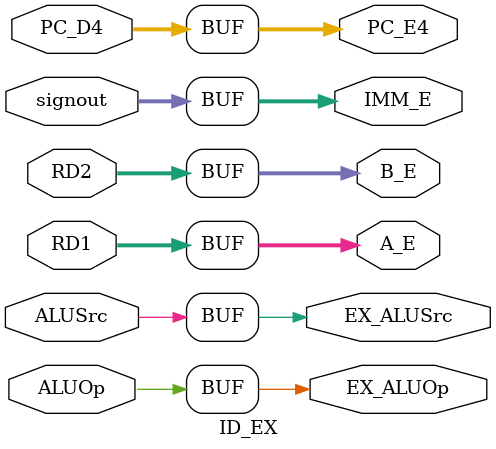
<source format=v>
module ID_EX(PC_D4, RD1, RD2, signout, ALUSrc, ALUOp, PC_E4, A_E, B_E, IMM_E, EX_ALUSrc, EX_ALUOp);

    input [31:0] PC_D4;
    input [31:0] RD1;
    input [31:0] RD2;
    input [31:0] signout;
    input ALUSrc;
    input ALUOp;

    output reg [31:0] PC_E4;
    output reg [31:0] A_E;
    output reg [31:0] B_E;
    output reg [31:0] IMM_E;
    output reg EX_ALUSrc;
    output reg EX_ALUOp;



    always @(*) begin
        PC_E4 <= PC_D4;
        A_E <= RD1;
        B_E <= RD2;
        IMM_E <= signout;
        EX_ALUSrc <= ALUSrc;
        EX_ALUOp <= ALUOp;
    end


endmodule
</source>
